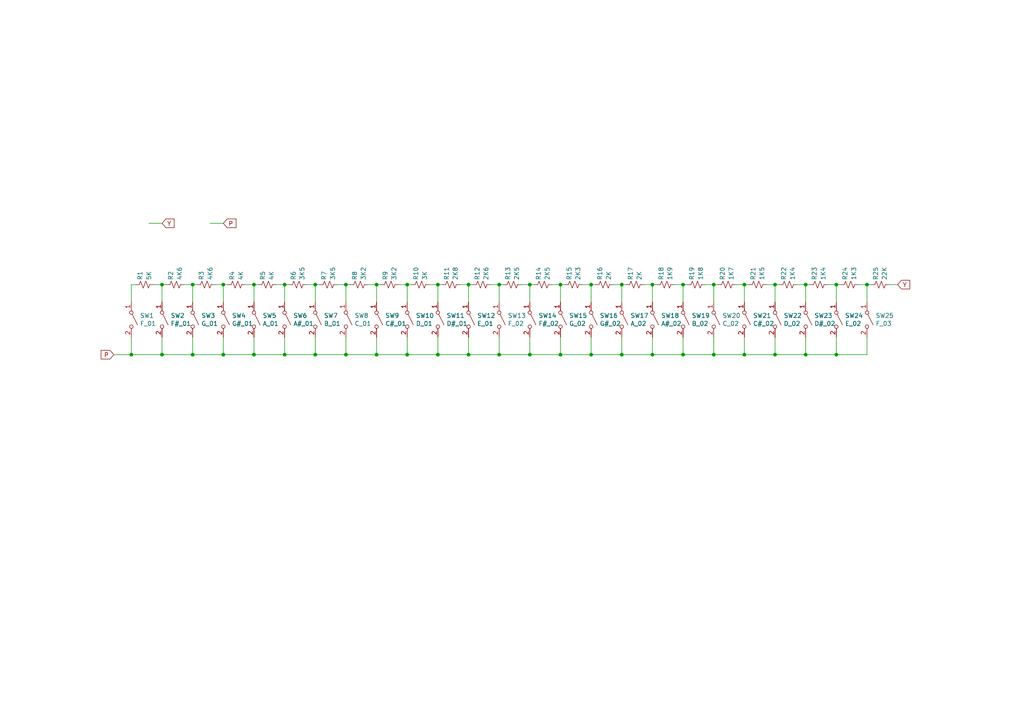
<source format=kicad_sch>
(kicad_sch (version 20230121) (generator eeschema)
  (paper "A4")
  (lib_symbols
    (symbol "Device:R_Small_US" (pin_numbers hide) (pin_names (offset 0.254) hide)
      (property "Reference" "R" (at 0.762 0.508 0))
      (property "Value" "R_Small_US" (at 0.762 -1.016 0))
      (symbol "R_Small_US_1_1"
        (polyline (pts (xy 0 0) (xy 1.016 -0.381) (xy 0 -0.762) (xy -1.016 -1.143) (xy 0 -1.524)))
        (polyline (pts (xy 0 1.524) (xy 1.016 1.143) (xy 0 0.762) (xy -1.016 0.381) (xy 0 0)))
        (pin passive line (at 0 2.54 270) (length 1.016) (name "~") (number "1"))
        (pin passive line (at 0 -2.54 90) (length 1.016) (name "~") (number "2"))
      )
    )
    (symbol "Switch:SW_SPST" (pin_names (offset 0) hide)
      (property "Reference" "SW" (at 0 3.175 0))
      (property "Value" "SW_SPST" (at 0 -2.54 0))
      (symbol "SW_SPST_0_0"
        (circle (center -2.032 0) (radius 0.508))
        (polyline (pts (xy -1.524 0.254) (xy 1.524 1.778)))
        (circle (center 2.032 0) (radius 0.508))
      )
      (symbol "SW_SPST_1_1"
        (pin passive line (at -5.08 0 0) (length 2.54) (name "A") (number "1"))
        (pin passive line (at 5.08 0 180) (length 2.54) (name "B") (number "2"))
      )
    )
  )
  (junction (at 153.67 82.55))
  (junction (at 215.9 82.55))
  (junction (at 189.23 82.55))
  (junction (at 118.11 102.87))
  (junction (at 73.66 102.87))
  (junction (at 198.12 82.55))
  (junction (at 180.34 82.55))
  (junction (at 171.45 82.55))
  (junction (at 100.33 82.55))
  (junction (at 109.22 102.87))
  (junction (at 198.12 102.87))
  (junction (at 46.99 82.55))
  (junction (at 180.34 102.87))
  (junction (at 207.01 102.87))
  (junction (at 215.9 102.87))
  (junction (at 73.66 82.55))
  (junction (at 153.67 102.87))
  (junction (at 127 102.87))
  (junction (at 55.88 102.87))
  (junction (at 162.56 102.87))
  (junction (at 233.68 82.55))
  (junction (at 242.57 82.55))
  (junction (at 64.77 102.87))
  (junction (at 118.11 82.55))
  (junction (at 82.55 82.55))
  (junction (at 189.23 102.87))
  (junction (at 207.01 82.55))
  (junction (at 100.33 102.87))
  (junction (at 82.55 102.87))
  (junction (at 91.44 82.55))
  (junction (at 233.68 102.87))
  (junction (at 251.46 82.55))
  (junction (at 224.79 102.87))
  (junction (at 135.89 102.87))
  (junction (at 127 82.55))
  (junction (at 171.45 102.87))
  (junction (at 242.57 102.87))
  (junction (at 162.56 82.55))
  (junction (at 224.79 82.55))
  (junction (at 46.99 102.87))
  (junction (at 91.44 102.87))
  (junction (at 144.78 82.55))
  (junction (at 55.88 82.55))
  (junction (at 109.22 82.55))
  (junction (at 64.77 82.55))
  (junction (at 38.1 102.87))
  (junction (at 135.89 82.55))
  (junction (at 144.78 102.87))
  (wire (pts (xy 153.67 97.79) (xy 153.67 102.87)))
  (wire (pts (xy 144.78 82.55) (xy 144.78 87.63)))
  (wire (pts (xy 62.23 82.55) (xy 64.77 82.55)))
  (wire (pts (xy 82.55 102.87) (xy 73.66 102.87)))
  (wire (pts (xy 180.34 102.87) (xy 171.45 102.87)))
  (wire (pts (xy 207.01 82.55) (xy 207.01 87.63)))
  (wire (pts (xy 46.99 97.79) (xy 46.99 102.87)))
  (wire (pts (xy 222.25 82.55) (xy 224.79 82.55)))
  (wire (pts (xy 55.88 82.55) (xy 57.15 82.55)))
  (wire (pts (xy 189.23 82.55) (xy 189.23 87.63)))
  (wire (pts (xy 242.57 82.55) (xy 243.84 82.55)))
  (wire (pts (xy 91.44 102.87) (xy 82.55 102.87)))
  (wire (pts (xy 109.22 102.87) (xy 100.33 102.87)))
  (wire (pts (xy 144.78 97.79) (xy 144.78 102.87)))
  (wire (pts (xy 153.67 82.55) (xy 154.94 82.55)))
  (wire (pts (xy 162.56 97.79) (xy 162.56 102.87)))
  (wire (pts (xy 97.79 82.55) (xy 100.33 82.55)))
  (wire (pts (xy 91.44 97.79) (xy 91.44 102.87)))
  (wire (pts (xy 144.78 82.55) (xy 146.05 82.55)))
  (wire (pts (xy 204.47 82.55) (xy 207.01 82.55)))
  (wire (pts (xy 233.68 97.79) (xy 233.68 102.87)))
  (wire (pts (xy 153.67 82.55) (xy 153.67 87.63)))
  (wire (pts (xy 127 102.87) (xy 118.11 102.87)))
  (wire (pts (xy 233.68 102.87) (xy 224.79 102.87)))
  (wire (pts (xy 128.27 82.55) (xy 127 82.55)))
  (wire (pts (xy 73.66 82.55) (xy 74.93 82.55)))
  (wire (pts (xy 60.96 64.77) (xy 64.77 64.77)))
  (wire (pts (xy 118.11 97.79) (xy 118.11 102.87)))
  (wire (pts (xy 55.88 97.79) (xy 55.88 102.87)))
  (wire (pts (xy 73.66 97.79) (xy 73.66 102.87)))
  (wire (pts (xy 48.26 82.55) (xy 46.99 82.55)))
  (wire (pts (xy 171.45 97.79) (xy 171.45 102.87)))
  (wire (pts (xy 71.12 82.55) (xy 73.66 82.55)))
  (wire (pts (xy 118.11 82.55) (xy 119.38 82.55)))
  (wire (pts (xy 162.56 82.55) (xy 163.83 82.55)))
  (wire (pts (xy 144.78 102.87) (xy 135.89 102.87)))
  (wire (pts (xy 215.9 82.55) (xy 217.17 82.55)))
  (wire (pts (xy 64.77 82.55) (xy 66.04 82.55)))
  (wire (pts (xy 252.73 82.55) (xy 251.46 82.55)))
  (wire (pts (xy 151.13 82.55) (xy 153.67 82.55)))
  (wire (pts (xy 242.57 102.87) (xy 233.68 102.87)))
  (wire (pts (xy 153.67 102.87) (xy 144.78 102.87)))
  (wire (pts (xy 171.45 82.55) (xy 171.45 87.63)))
  (wire (pts (xy 207.01 82.55) (xy 208.28 82.55)))
  (wire (pts (xy 73.66 82.55) (xy 73.66 87.63)))
  (wire (pts (xy 135.89 82.55) (xy 135.89 87.63)))
  (wire (pts (xy 233.68 82.55) (xy 233.68 87.63)))
  (wire (pts (xy 127 97.79) (xy 127 102.87)))
  (wire (pts (xy 55.88 82.55) (xy 55.88 87.63)))
  (wire (pts (xy 46.99 102.87) (xy 38.1 102.87)))
  (wire (pts (xy 109.22 82.55) (xy 110.49 82.55)))
  (wire (pts (xy 171.45 102.87) (xy 162.56 102.87)))
  (wire (pts (xy 180.34 82.55) (xy 181.61 82.55)))
  (wire (pts (xy 189.23 82.55) (xy 190.5 82.55)))
  (wire (pts (xy 92.71 82.55) (xy 91.44 82.55)))
  (wire (pts (xy 251.46 97.79) (xy 251.46 102.87)))
  (wire (pts (xy 100.33 97.79) (xy 100.33 102.87)))
  (wire (pts (xy 251.46 82.55) (xy 251.46 87.63)))
  (wire (pts (xy 251.46 102.87) (xy 242.57 102.87)))
  (wire (pts (xy 186.69 82.55) (xy 189.23 82.55)))
  (wire (pts (xy 55.88 102.87) (xy 46.99 102.87)))
  (wire (pts (xy 135.89 82.55) (xy 137.16 82.55)))
  (wire (pts (xy 180.34 82.55) (xy 180.34 87.63)))
  (wire (pts (xy 224.79 82.55) (xy 224.79 87.63)))
  (wire (pts (xy 73.66 102.87) (xy 64.77 102.87)))
  (wire (pts (xy 109.22 97.79) (xy 109.22 102.87)))
  (wire (pts (xy 80.01 82.55) (xy 82.55 82.55)))
  (wire (pts (xy 118.11 102.87) (xy 109.22 102.87)))
  (wire (pts (xy 142.24 82.55) (xy 144.78 82.55)))
  (wire (pts (xy 100.33 82.55) (xy 101.6 82.55)))
  (wire (pts (xy 171.45 82.55) (xy 172.72 82.55)))
  (wire (pts (xy 207.01 97.79) (xy 207.01 102.87)))
  (wire (pts (xy 100.33 82.55) (xy 100.33 87.63)))
  (wire (pts (xy 224.79 82.55) (xy 226.06 82.55)))
  (wire (pts (xy 39.37 82.55) (xy 38.1 82.55)))
  (wire (pts (xy 38.1 97.79) (xy 38.1 102.87)))
  (wire (pts (xy 215.9 102.87) (xy 207.01 102.87)))
  (wire (pts (xy 64.77 82.55) (xy 64.77 87.63)))
  (wire (pts (xy 195.58 82.55) (xy 198.12 82.55)))
  (wire (pts (xy 198.12 82.55) (xy 199.39 82.55)))
  (wire (pts (xy 215.9 82.55) (xy 215.9 87.63)))
  (wire (pts (xy 38.1 82.55) (xy 38.1 87.63)))
  (wire (pts (xy 257.81 82.55) (xy 260.35 82.55)))
  (wire (pts (xy 231.14 82.55) (xy 233.68 82.55)))
  (wire (pts (xy 82.55 82.55) (xy 82.55 87.63)))
  (wire (pts (xy 91.44 82.55) (xy 91.44 87.63)))
  (wire (pts (xy 127 82.55) (xy 127 87.63)))
  (wire (pts (xy 224.79 102.87) (xy 215.9 102.87)))
  (wire (pts (xy 177.8 82.55) (xy 180.34 82.55)))
  (wire (pts (xy 118.11 82.55) (xy 118.11 87.63)))
  (wire (pts (xy 180.34 97.79) (xy 180.34 102.87)))
  (wire (pts (xy 135.89 97.79) (xy 135.89 102.87)))
  (wire (pts (xy 168.91 82.55) (xy 171.45 82.55)))
  (wire (pts (xy 82.55 82.55) (xy 83.82 82.55)))
  (wire (pts (xy 248.92 82.55) (xy 251.46 82.55)))
  (wire (pts (xy 224.79 97.79) (xy 224.79 102.87)))
  (wire (pts (xy 198.12 97.79) (xy 198.12 102.87)))
  (wire (pts (xy 160.02 82.55) (xy 162.56 82.55)))
  (wire (pts (xy 189.23 97.79) (xy 189.23 102.87)))
  (wire (pts (xy 207.01 102.87) (xy 198.12 102.87)))
  (wire (pts (xy 43.18 64.77) (xy 46.99 64.77)))
  (wire (pts (xy 64.77 97.79) (xy 64.77 102.87)))
  (wire (pts (xy 135.89 102.87) (xy 127 102.87)))
  (wire (pts (xy 198.12 102.87) (xy 189.23 102.87)))
  (wire (pts (xy 82.55 97.79) (xy 82.55 102.87)))
  (wire (pts (xy 64.77 102.87) (xy 55.88 102.87)))
  (wire (pts (xy 133.35 82.55) (xy 135.89 82.55)))
  (wire (pts (xy 100.33 102.87) (xy 91.44 102.87)))
  (wire (pts (xy 88.9 82.55) (xy 91.44 82.55)))
  (wire (pts (xy 233.68 82.55) (xy 234.95 82.55)))
  (wire (pts (xy 213.36 82.55) (xy 215.9 82.55)))
  (wire (pts (xy 215.9 97.79) (xy 215.9 102.87)))
  (wire (pts (xy 242.57 97.79) (xy 242.57 102.87)))
  (wire (pts (xy 44.45 82.55) (xy 46.99 82.55)))
  (wire (pts (xy 162.56 102.87) (xy 153.67 102.87)))
  (wire (pts (xy 106.68 82.55) (xy 109.22 82.55)))
  (wire (pts (xy 240.03 82.55) (xy 242.57 82.55)))
  (wire (pts (xy 115.57 82.55) (xy 118.11 82.55)))
  (wire (pts (xy 46.99 82.55) (xy 46.99 87.63)))
  (wire (pts (xy 124.46 82.55) (xy 127 82.55)))
  (wire (pts (xy 198.12 82.55) (xy 198.12 87.63)))
  (wire (pts (xy 33.02 102.87) (xy 38.1 102.87)))
  (wire (pts (xy 162.56 82.55) (xy 162.56 87.63)))
  (wire (pts (xy 53.34 82.55) (xy 55.88 82.55)))
  (wire (pts (xy 109.22 82.55) (xy 109.22 87.63)))
  (wire (pts (xy 189.23 102.87) (xy 180.34 102.87)))
  (wire (pts (xy 242.57 82.55) (xy 242.57 87.63)))
  (global_label "P" (shape input) (at 33.02 102.87 180) (property "Intersheetrefs" "${INTERSHEET_REFS}" (effects hide)))
  (global_label "Y" (shape input) (at 46.99 64.77 0) (property "Intersheetrefs" "${INTERSHEET_REFS}" (effects hide)))
  (global_label "P" (shape input) (at 64.77 64.77 0) (property "Intersheetrefs" "${INTERSHEET_REFS}" (effects hide)))
  (global_label "Y" (shape input) (at 260.35 82.55 0) (property "Intersheetrefs" "${INTERSHEET_REFS}" (effects hide)))
  (symbol (lib_id "Connector:Conn_01x01_Male") (at 38.1 64.77 0) (unit 1)
    (property "Reference" "J1" (at 40.8432 60.1726 0))
    (property "Value" "Keyboard 1" (at 40.8432 62.484 0))
    (property "Footprint" "Connector_Wire:SolderWire-0.15sqmm_1x01_D0.5mm_OD1.5mm" (effects hide))
  )
  (symbol (lib_id "Connector:Conn_01x01_Male") (at 55.88 64.77 0) (unit 1)
    (property "Reference" "J2" (at 58.6232 60.1726 0))
    (property "Value" "Keyboard 2" (at 58.6232 62.484 0))
    (property "Footprint" "Connector_Wire:SolderWire-0.15sqmm_1x01_D0.5mm_OD1.5mm" (effects hide))
  )
  (symbol (lib_id "Switch:SW_SPST") (at 38.1 92.71 270) (unit 1)
    (property "Reference" "SW1" (at 40.5892 91.5416 90) (effects (justify left)))
    (property "Value" "F_01" (at 40.5892 93.853 90) (effects (justify left)))
    (property "Footprint" "Connector_Wire:SolderWire-1.5sqmm_1x02_P7.8mm_D1.7mm_OD3.9mm" (effects hide))
  )
  (symbol (lib_id "Device:R_Small_US") (at 41.91 82.55 90) (unit 1)
    (property "Reference" "R1" (at 40.64 81.28 0) (effects (justify left)))
    (property "Value" "5K" (at 43.18 81.28 0) (effects (justify left)))
    (property "Footprint" "Resistor_THT:R_Axial_DIN0207_L6.3mm_D2.5mm_P10.16mm_Horizontal" (effects hide))
  )
  (symbol (lib_id "Switch:SW_SPST") (at 46.99 92.71 270) (unit 1)
    (property "Reference" "SW2" (at 49.4792 91.5416 90) (effects (justify left)))
    (property "Value" "F#_01" (at 49.4792 93.853 90) (effects (justify left)))
    (property "Footprint" "Connector_Wire:SolderWire-1.5sqmm_1x02_P7.8mm_D1.7mm_OD3.9mm" (effects hide))
  )
  (symbol (lib_id "Device:R_Small_US") (at 50.8 82.55 90) (unit 1)
    (property "Reference" "R2" (at 49.53 81.28 0) (effects (justify left)))
    (property "Value" "4K6" (at 52.07 81.28 0) (effects (justify left)))
    (property "Footprint" "Resistor_THT:R_Axial_DIN0207_L6.3mm_D2.5mm_P10.16mm_Horizontal" (effects hide))
  )
  (symbol (lib_id "Switch:SW_SPST") (at 55.88 92.71 270) (unit 1)
    (property "Reference" "SW3" (at 58.3692 91.5416 90) (effects (justify left)))
    (property "Value" "G_01" (at 58.3692 93.853 90) (effects (justify left)))
    (property "Footprint" "Connector_Wire:SolderWire-1.5sqmm_1x02_P7.8mm_D1.7mm_OD3.9mm" (effects hide))
  )
  (symbol (lib_id "Device:R_Small_US") (at 59.69 82.55 90) (unit 1)
    (property "Reference" "R3" (at 58.42 81.28 0) (effects (justify left)))
    (property "Value" "4K6" (at 60.96 81.28 0) (effects (justify left)))
    (property "Footprint" "Resistor_THT:R_Axial_DIN0207_L6.3mm_D2.5mm_P10.16mm_Horizontal" (effects hide))
  )
  (symbol (lib_id "Switch:SW_SPST") (at 64.77 92.71 270) (unit 1)
    (property "Reference" "SW4" (at 67.2592 91.5416 90) (effects (justify left)))
    (property "Value" "G#_01" (at 67.2592 93.853 90) (effects (justify left)))
    (property "Footprint" "Connector_Wire:SolderWire-1.5sqmm_1x02_P7.8mm_D1.7mm_OD3.9mm" (effects hide))
  )
  (symbol (lib_id "Device:R_Small_US") (at 68.58 82.55 90) (unit 1)
    (property "Reference" "R4" (at 67.31 81.28 0) (effects (justify left)))
    (property "Value" "4K" (at 69.85 81.28 0) (effects (justify left)))
    (property "Footprint" "Resistor_THT:R_Axial_DIN0207_L6.3mm_D2.5mm_P10.16mm_Horizontal" (effects hide))
  )
  (symbol (lib_id "Switch:SW_SPST") (at 73.66 92.71 270) (unit 1)
    (property "Reference" "SW5" (at 76.1492 91.5416 90) (effects (justify left)))
    (property "Value" "A_01" (at 76.1492 93.853 90) (effects (justify left)))
    (property "Footprint" "Connector_Wire:SolderWire-1.5sqmm_1x02_P7.8mm_D1.7mm_OD3.9mm" (effects hide))
  )
  (symbol (lib_id "Device:R_Small_US") (at 77.47 82.55 90) (unit 1)
    (property "Reference" "R5" (at 76.2 81.28 0) (effects (justify left)))
    (property "Value" "4K" (at 78.74 81.28 0) (effects (justify left)))
    (property "Footprint" "Resistor_THT:R_Axial_DIN0207_L6.3mm_D2.5mm_P10.16mm_Horizontal" (effects hide))
  )
  (symbol (lib_id "Switch:SW_SPST") (at 82.55 92.71 270) (unit 1)
    (property "Reference" "SW6" (at 85.0392 91.5416 90) (effects (justify left)))
    (property "Value" "A#_01" (at 85.0392 93.853 90) (effects (justify left)))
    (property "Footprint" "Connector_Wire:SolderWire-1.5sqmm_1x02_P7.8mm_D1.7mm_OD3.9mm" (effects hide))
  )
  (symbol (lib_id "Device:R_Small_US") (at 86.36 82.55 90) (unit 1)
    (property "Reference" "R6" (at 85.09 81.28 0) (effects (justify left)))
    (property "Value" "3K5" (at 87.63 81.28 0) (effects (justify left)))
    (property "Footprint" "Resistor_THT:R_Axial_DIN0207_L6.3mm_D2.5mm_P10.16mm_Horizontal" (effects hide))
  )
  (symbol (lib_id "Switch:SW_SPST") (at 91.44 92.71 270) (unit 1)
    (property "Reference" "SW7" (at 93.9292 91.5416 90) (effects (justify left)))
    (property "Value" "B_01" (at 93.9292 93.853 90) (effects (justify left)))
    (property "Footprint" "Connector_Wire:SolderWire-1.5sqmm_1x02_P7.8mm_D1.7mm_OD3.9mm" (effects hide))
  )
  (symbol (lib_id "Device:R_Small_US") (at 95.25 82.55 90) (unit 1)
    (property "Reference" "R7" (at 93.98 81.28 0) (effects (justify left)))
    (property "Value" "3K5" (at 96.52 81.28 0) (effects (justify left)))
    (property "Footprint" "Resistor_THT:R_Axial_DIN0207_L6.3mm_D2.5mm_P10.16mm_Horizontal" (effects hide))
  )
  (symbol (lib_id "Switch:SW_SPST") (at 100.33 92.71 270) (unit 1)
    (property "Reference" "SW8" (at 102.8192 91.5416 90) (effects (justify left)))
    (property "Value" "C_01" (at 102.8192 93.853 90) (effects (justify left)))
    (property "Footprint" "Connector_Wire:SolderWire-1.5sqmm_1x02_P7.8mm_D1.7mm_OD3.9mm" (effects hide))
  )
  (symbol (lib_id "Device:R_Small_US") (at 104.14 82.55 90) (unit 1)
    (property "Reference" "R8" (at 102.87 81.28 0) (effects (justify left)))
    (property "Value" "3K2" (at 105.41 81.28 0) (effects (justify left)))
    (property "Footprint" "Resistor_THT:R_Axial_DIN0207_L6.3mm_D2.5mm_P10.16mm_Horizontal" (effects hide))
  )
  (symbol (lib_id "Switch:SW_SPST") (at 109.22 92.71 270) (unit 1)
    (property "Reference" "SW9" (at 111.7092 91.5416 90) (effects (justify left)))
    (property "Value" "C#_01" (at 111.7092 93.853 90) (effects (justify left)))
    (property "Footprint" "Connector_Wire:SolderWire-1.5sqmm_1x02_P7.8mm_D1.7mm_OD3.9mm" (effects hide))
  )
  (symbol (lib_id "Device:R_Small_US") (at 113.03 82.55 90) (unit 1)
    (property "Reference" "R9" (at 111.76 81.28 0) (effects (justify left)))
    (property "Value" "3K2" (at 114.3 81.28 0) (effects (justify left)))
    (property "Footprint" "Resistor_THT:R_Axial_DIN0207_L6.3mm_D2.5mm_P10.16mm_Horizontal" (effects hide))
  )
  (symbol (lib_id "Switch:SW_SPST") (at 118.11 92.71 270) (unit 1)
    (property "Reference" "SW10" (at 120.5992 91.5416 90) (effects (justify left)))
    (property "Value" "D_01" (at 120.5992 93.853 90) (effects (justify left)))
    (property "Footprint" "Connector_Wire:SolderWire-1.5sqmm_1x02_P7.8mm_D1.7mm_OD3.9mm" (effects hide))
  )
  (symbol (lib_id "Device:R_Small_US") (at 121.92 82.55 90) (unit 1)
    (property "Reference" "R10" (at 120.65 81.28 0) (effects (justify left)))
    (property "Value" "3K" (at 123.19 81.28 0) (effects (justify left)))
    (property "Footprint" "Resistor_THT:R_Axial_DIN0207_L6.3mm_D2.5mm_P10.16mm_Horizontal" (effects hide))
  )
  (symbol (lib_id "Switch:SW_SPST") (at 127 92.71 270) (unit 1)
    (property "Reference" "SW11" (at 129.4892 91.5416 90) (effects (justify left)))
    (property "Value" "D#_01" (at 129.4892 93.853 90) (effects (justify left)))
    (property "Footprint" "Connector_Wire:SolderWire-1.5sqmm_1x02_P7.8mm_D1.7mm_OD3.9mm" (effects hide))
  )
  (symbol (lib_id "Device:R_Small_US") (at 130.81 82.55 90) (unit 1)
    (property "Reference" "R11" (at 129.54 81.28 0) (effects (justify left)))
    (property "Value" "2K8" (at 132.08 81.28 0) (effects (justify left)))
    (property "Footprint" "Resistor_THT:R_Axial_DIN0207_L6.3mm_D2.5mm_P10.16mm_Horizontal" (effects hide))
  )
  (symbol (lib_id "Switch:SW_SPST") (at 135.89 92.71 270) (unit 1)
    (property "Reference" "SW12" (at 138.3792 91.5416 90) (effects (justify left)))
    (property "Value" "E_01" (at 138.3792 93.853 90) (effects (justify left)))
    (property "Footprint" "Connector_Wire:SolderWire-1.5sqmm_1x02_P7.8mm_D1.7mm_OD3.9mm" (effects hide))
  )
  (symbol (lib_id "Device:R_Small_US") (at 139.7 82.55 90) (unit 1)
    (property "Reference" "R12" (at 138.43 81.28 0) (effects (justify left)))
    (property "Value" "2K6" (at 140.97 81.28 0) (effects (justify left)))
    (property "Footprint" "Resistor_THT:R_Axial_DIN0207_L6.3mm_D2.5mm_P10.16mm_Horizontal" (effects hide))
  )
  (symbol (lib_id "Switch:SW_SPST") (at 144.78 92.71 270) (unit 1)
    (property "Reference" "SW13" (at 147.2692 91.5416 90) (effects (justify left)))
    (property "Value" "F_02" (at 147.2692 93.853 90) (effects (justify left)))
    (property "Footprint" "Connector_Wire:SolderWire-1.5sqmm_1x02_P7.8mm_D1.7mm_OD3.9mm" (effects hide))
  )
  (symbol (lib_id "Device:R_Small_US") (at 148.59 82.55 90) (unit 1)
    (property "Reference" "R13" (at 147.32 81.28 0) (effects (justify left)))
    (property "Value" "2K5" (at 149.86 81.28 0) (effects (justify left)))
    (property "Footprint" "Resistor_THT:R_Axial_DIN0207_L6.3mm_D2.5mm_P10.16mm_Horizontal" (effects hide))
  )
  (symbol (lib_id "Switch:SW_SPST") (at 153.67 92.71 270) (unit 1)
    (property "Reference" "SW14" (at 156.1592 91.5416 90) (effects (justify left)))
    (property "Value" "F#_02" (at 156.1592 93.853 90) (effects (justify left)))
    (property "Footprint" "Connector_Wire:SolderWire-1.5sqmm_1x02_P7.8mm_D1.7mm_OD3.9mm" (effects hide))
  )
  (symbol (lib_id "Device:R_Small_US") (at 157.48 82.55 90) (unit 1)
    (property "Reference" "R14" (at 156.21 81.28 0) (effects (justify left)))
    (property "Value" "2K5" (at 158.75 81.28 0) (effects (justify left)))
    (property "Footprint" "Resistor_THT:R_Axial_DIN0207_L6.3mm_D2.5mm_P10.16mm_Horizontal" (effects hide))
  )
  (symbol (lib_id "Switch:SW_SPST") (at 162.56 92.71 270) (unit 1)
    (property "Reference" "SW15" (at 165.0492 91.5416 90) (effects (justify left)))
    (property "Value" "G_02" (at 165.0492 93.853 90) (effects (justify left)))
    (property "Footprint" "Connector_Wire:SolderWire-1.5sqmm_1x02_P7.8mm_D1.7mm_OD3.9mm" (effects hide))
  )
  (symbol (lib_id "Device:R_Small_US") (at 166.37 82.55 90) (unit 1)
    (property "Reference" "R15" (at 165.1 81.28 0) (effects (justify left)))
    (property "Value" "2K3" (at 167.64 81.28 0) (effects (justify left)))
    (property "Footprint" "Resistor_THT:R_Axial_DIN0207_L6.3mm_D2.5mm_P10.16mm_Horizontal" (effects hide))
  )
  (symbol (lib_id "Switch:SW_SPST") (at 171.45 92.71 270) (unit 1)
    (property "Reference" "SW16" (at 173.9392 91.5416 90) (effects (justify left)))
    (property "Value" "G#_02" (at 173.9392 93.853 90) (effects (justify left)))
    (property "Footprint" "Connector_Wire:SolderWire-1.5sqmm_1x02_P7.8mm_D1.7mm_OD3.9mm" (effects hide))
  )
  (symbol (lib_id "Device:R_Small_US") (at 175.26 82.55 90) (unit 1)
    (property "Reference" "R16" (at 173.99 81.28 0) (effects (justify left)))
    (property "Value" "2K" (at 176.53 81.28 0) (effects (justify left)))
    (property "Footprint" "Resistor_THT:R_Axial_DIN0207_L6.3mm_D2.5mm_P10.16mm_Horizontal" (effects hide))
  )
  (symbol (lib_id "Switch:SW_SPST") (at 180.34 92.71 270) (unit 1)
    (property "Reference" "SW17" (at 182.8292 91.5416 90) (effects (justify left)))
    (property "Value" "A_02" (at 182.8292 93.853 90) (effects (justify left)))
    (property "Footprint" "Connector_Wire:SolderWire-1.5sqmm_1x02_P7.8mm_D1.7mm_OD3.9mm" (effects hide))
  )
  (symbol (lib_id "Device:R_Small_US") (at 184.15 82.55 90) (unit 1)
    (property "Reference" "R17" (at 182.88 81.28 0) (effects (justify left)))
    (property "Value" "2K" (at 185.42 81.28 0) (effects (justify left)))
    (property "Footprint" "Resistor_THT:R_Axial_DIN0207_L6.3mm_D2.5mm_P10.16mm_Horizontal" (effects hide))
  )
  (symbol (lib_id "Switch:SW_SPST") (at 189.23 92.71 270) (unit 1)
    (property "Reference" "SW18" (at 191.7192 91.5416 90) (effects (justify left)))
    (property "Value" "A#_02" (at 191.7192 93.853 90) (effects (justify left)))
    (property "Footprint" "Connector_Wire:SolderWire-1.5sqmm_1x02_P7.8mm_D1.7mm_OD3.9mm" (effects hide))
  )
  (symbol (lib_id "Device:R_Small_US") (at 193.04 82.55 90) (unit 1)
    (property "Reference" "R18" (at 191.77 81.28 0) (effects (justify left)))
    (property "Value" "1K9" (at 194.31 81.28 0) (effects (justify left)))
    (property "Footprint" "Resistor_THT:R_Axial_DIN0207_L6.3mm_D2.5mm_P10.16mm_Horizontal" (effects hide))
  )
  (symbol (lib_id "Switch:SW_SPST") (at 198.12 92.71 270) (unit 1)
    (property "Reference" "SW19" (at 200.6092 91.5416 90) (effects (justify left)))
    (property "Value" "B_02" (at 200.6092 93.853 90) (effects (justify left)))
    (property "Footprint" "Connector_Wire:SolderWire-1.5sqmm_1x02_P7.8mm_D1.7mm_OD3.9mm" (effects hide))
  )
  (symbol (lib_id "Device:R_Small_US") (at 201.93 82.55 90) (unit 1)
    (property "Reference" "R19" (at 200.66 81.28 0) (effects (justify left)))
    (property "Value" "1K8" (at 203.2 81.28 0) (effects (justify left)))
    (property "Footprint" "Resistor_THT:R_Axial_DIN0207_L6.3mm_D2.5mm_P10.16mm_Horizontal" (effects hide))
  )
  (symbol (lib_id "Switch:SW_SPST") (at 207.01 92.71 270) (unit 1)
    (property "Reference" "SW20" (at 209.4992 91.5416 90) (effects (justify left)))
    (property "Value" "C_02" (at 209.4992 93.853 90) (effects (justify left)))
    (property "Footprint" "Connector_Wire:SolderWire-1.5sqmm_1x02_P7.8mm_D1.7mm_OD3.9mm" (effects hide))
  )
  (symbol (lib_id "Device:R_Small_US") (at 210.82 82.55 90) (unit 1)
    (property "Reference" "R20" (at 209.55 81.28 0) (effects (justify left)))
    (property "Value" "1K7" (at 212.09 81.28 0) (effects (justify left)))
    (property "Footprint" "Resistor_THT:R_Axial_DIN0207_L6.3mm_D2.5mm_P10.16mm_Horizontal" (effects hide))
  )
  (symbol (lib_id "Switch:SW_SPST") (at 215.9 92.71 270) (unit 1)
    (property "Reference" "SW21" (at 218.3892 91.5416 90) (effects (justify left)))
    (property "Value" "C#_02" (at 218.3892 93.853 90) (effects (justify left)))
    (property "Footprint" "Connector_Wire:SolderWire-1.5sqmm_1x02_P7.8mm_D1.7mm_OD3.9mm" (effects hide))
  )
  (symbol (lib_id "Device:R_Small_US") (at 219.71 82.55 90) (unit 1)
    (property "Reference" "R21" (at 218.44 81.28 0) (effects (justify left)))
    (property "Value" "1K5" (at 220.98 81.28 0) (effects (justify left)))
    (property "Footprint" "Resistor_THT:R_Axial_DIN0207_L6.3mm_D2.5mm_P10.16mm_Horizontal" (effects hide))
  )
  (symbol (lib_id "Switch:SW_SPST") (at 224.79 92.71 270) (unit 1)
    (property "Reference" "SW22" (at 227.2792 91.5416 90) (effects (justify left)))
    (property "Value" "D_02" (at 227.2792 93.853 90) (effects (justify left)))
    (property "Footprint" "Connector_Wire:SolderWire-1.5sqmm_1x02_P7.8mm_D1.7mm_OD3.9mm" (effects hide))
  )
  (symbol (lib_id "Device:R_Small_US") (at 228.6 82.55 90) (unit 1)
    (property "Reference" "R22" (at 227.33 81.28 0) (effects (justify left)))
    (property "Value" "1K4" (at 229.87 81.28 0) (effects (justify left)))
    (property "Footprint" "Resistor_THT:R_Axial_DIN0207_L6.3mm_D2.5mm_P10.16mm_Horizontal" (effects hide))
  )
  (symbol (lib_id "Switch:SW_SPST") (at 233.68 92.71 270) (unit 1)
    (property "Reference" "SW23" (at 236.1692 91.5416 90) (effects (justify left)))
    (property "Value" "D#_02" (at 236.1692 93.853 90) (effects (justify left)))
    (property "Footprint" "Connector_Wire:SolderWire-1.5sqmm_1x02_P7.8mm_D1.7mm_OD3.9mm" (effects hide))
  )
  (symbol (lib_id "Device:R_Small_US") (at 237.49 82.55 90) (unit 1)
    (property "Reference" "R23" (at 236.22 81.28 0) (effects (justify left)))
    (property "Value" "1K4" (at 238.76 81.28 0) (effects (justify left)))
    (property "Footprint" "Resistor_THT:R_Axial_DIN0207_L6.3mm_D2.5mm_P10.16mm_Horizontal" (effects hide))
  )
  (symbol (lib_id "Switch:SW_SPST") (at 242.57 92.71 270) (unit 1)
    (property "Reference" "SW24" (at 245.0592 91.5416 90) (effects (justify left)))
    (property "Value" "E_02" (at 245.0592 93.853 90) (effects (justify left)))
    (property "Footprint" "Connector_Wire:SolderWire-1.5sqmm_1x02_P7.8mm_D1.7mm_OD3.9mm" (effects hide))
  )
  (symbol (lib_id "Device:R_Small_US") (at 246.38 82.55 90) (unit 1)
    (property "Reference" "R24" (at 245.11 81.28 0) (effects (justify left)))
    (property "Value" "1K3" (at 247.65 81.28 0) (effects (justify left)))
    (property "Footprint" "Resistor_THT:R_Axial_DIN0207_L6.3mm_D2.5mm_P10.16mm_Horizontal" (effects hide))
  )
  (symbol (lib_id "Switch:SW_SPST") (at 251.46 92.71 270) (unit 1)
    (property "Reference" "SW25" (at 253.9492 91.5416 90) (effects (justify left)))
    (property "Value" "F_03" (at 253.9492 93.853 90) (effects (justify left)))
    (property "Footprint" "Connector_Wire:SolderWire-1.5sqmm_1x02_P7.8mm_D1.7mm_OD3.9mm" (effects hide))
  )
  (symbol (lib_id "Device:R_Small_US") (at 255.27 82.55 90) (unit 1)
    (property "Reference" "R25" (at 254 81.28 0) (effects (justify left)))
    (property "Value" "22K" (at 256.54 81.28 0) (effects (justify left)))
    (property "Footprint" "Resistor_THT:R_Axial_DIN0207_L6.3mm_D2.5mm_P10.16mm_Horizontal" (effects hide))
  )
)
</source>
